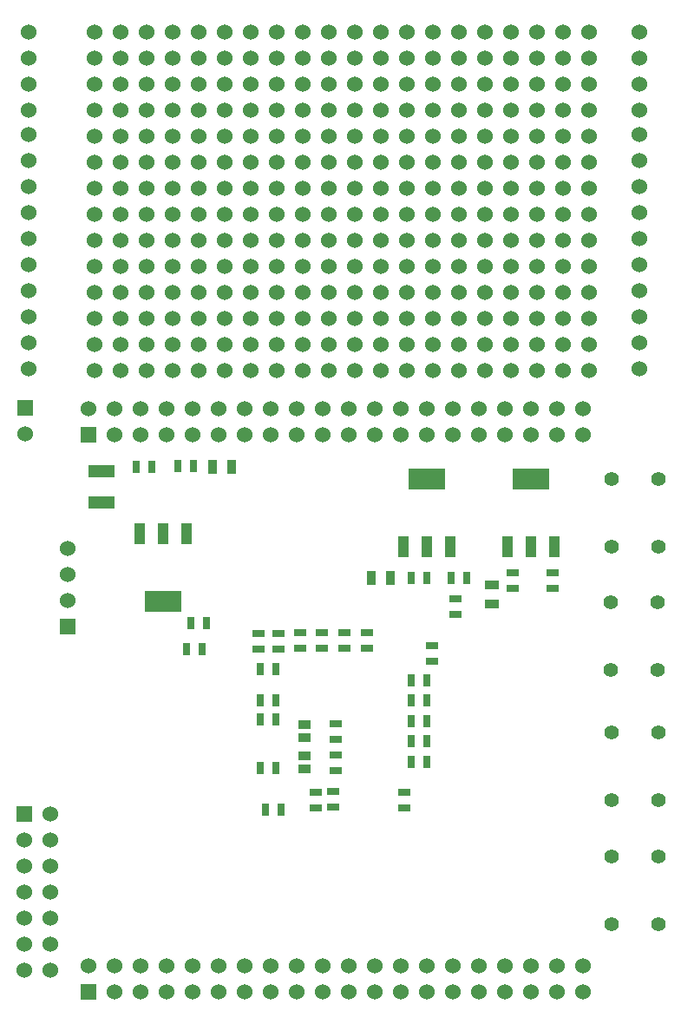
<source format=gbs>
G04 (created by PCBNEW (2013-jul-07)-stable) date Sat 01 Nov 2014 03:24:29 PM PDT*
%MOIN*%
G04 Gerber Fmt 3.4, Leading zero omitted, Abs format*
%FSLAX34Y34*%
G01*
G70*
G90*
G04 APERTURE LIST*
%ADD10C,0.00590551*%
%ADD11C,0.055*%
%ADD12R,0.045X0.025*%
%ADD13R,0.06X0.06*%
%ADD14C,0.06*%
%ADD15R,0.05X0.038*%
%ADD16R,0.025X0.045*%
%ADD17R,0.1X0.05*%
%ADD18R,0.144X0.08*%
%ADD19R,0.04X0.08*%
%ADD20R,0.035X0.055*%
%ADD21R,0.055X0.035*%
G04 APERTURE END LIST*
G54D10*
G54D11*
X91600Y-49200D03*
X93400Y-49200D03*
X91600Y-51800D03*
X93400Y-51800D03*
X91600Y-44450D03*
X93400Y-44450D03*
X91600Y-47050D03*
X93400Y-47050D03*
X91588Y-39440D03*
X93388Y-39440D03*
X91588Y-42040D03*
X93388Y-42040D03*
X91600Y-34700D03*
X93400Y-34700D03*
X91600Y-37300D03*
X93400Y-37300D03*
G54D12*
X83642Y-47343D03*
X83642Y-46743D03*
G54D13*
X69094Y-31980D03*
G54D14*
X69094Y-32980D03*
G54D15*
X79800Y-44650D03*
X79800Y-44150D03*
G54D12*
X82200Y-40600D03*
X82200Y-41200D03*
G54D16*
X75275Y-41250D03*
X75875Y-41250D03*
X78330Y-47412D03*
X78930Y-47412D03*
G54D12*
X85600Y-39300D03*
X85600Y-39900D03*
G54D16*
X84525Y-44775D03*
X83925Y-44775D03*
X78115Y-43935D03*
X78715Y-43935D03*
X78100Y-42000D03*
X78700Y-42000D03*
G54D12*
X78800Y-40650D03*
X78800Y-41250D03*
G54D16*
X84500Y-42450D03*
X83900Y-42450D03*
G54D12*
X80475Y-40600D03*
X80475Y-41200D03*
G54D16*
X84520Y-43220D03*
X83920Y-43220D03*
X78100Y-45800D03*
X78700Y-45800D03*
G54D12*
X78050Y-40650D03*
X78050Y-41250D03*
X84722Y-41714D03*
X84722Y-41114D03*
X80241Y-47333D03*
X80241Y-46733D03*
X80910Y-47320D03*
X80910Y-46720D03*
G54D16*
X78100Y-43200D03*
X78700Y-43200D03*
X83900Y-38500D03*
X84500Y-38500D03*
X84524Y-45568D03*
X83924Y-45568D03*
X73940Y-34230D03*
X73340Y-34230D03*
G54D12*
X81000Y-44100D03*
X81000Y-44700D03*
X89360Y-38290D03*
X89360Y-38890D03*
X81000Y-45300D03*
X81000Y-45900D03*
G54D16*
X75450Y-40250D03*
X76050Y-40250D03*
G54D12*
X87815Y-38298D03*
X87815Y-38898D03*
G54D16*
X75565Y-34200D03*
X74965Y-34200D03*
X85450Y-38500D03*
X86050Y-38500D03*
G54D17*
X72000Y-35600D03*
X72000Y-34400D03*
G54D18*
X88500Y-34700D03*
G54D19*
X88500Y-37300D03*
X87600Y-37300D03*
X89400Y-37300D03*
G54D18*
X84500Y-34700D03*
G54D19*
X84500Y-37300D03*
X83600Y-37300D03*
X85400Y-37300D03*
G54D20*
X76275Y-34230D03*
X77025Y-34230D03*
G54D14*
X90500Y-32000D03*
X90500Y-33000D03*
X85500Y-32000D03*
X89500Y-33000D03*
X84500Y-32000D03*
X88500Y-33000D03*
X83500Y-32000D03*
X87500Y-33000D03*
X82500Y-32000D03*
X86500Y-33000D03*
X81500Y-32000D03*
X85500Y-33000D03*
X80500Y-32000D03*
X84500Y-33000D03*
X79500Y-32000D03*
X83500Y-33000D03*
X78500Y-32000D03*
X82500Y-33000D03*
X77500Y-32000D03*
X81500Y-33000D03*
X76500Y-32000D03*
X80500Y-33000D03*
X75500Y-32000D03*
X79500Y-33000D03*
X78500Y-33000D03*
X74500Y-32000D03*
X77500Y-33000D03*
X75500Y-33000D03*
X74500Y-33000D03*
X73500Y-33000D03*
X72500Y-33000D03*
X73500Y-32000D03*
X72500Y-32000D03*
X89500Y-32000D03*
X88500Y-32000D03*
X87500Y-32000D03*
X86500Y-32000D03*
X71500Y-32000D03*
G54D13*
X71500Y-33000D03*
G54D14*
X76500Y-33000D03*
G54D12*
X79660Y-40620D03*
X79660Y-41220D03*
G54D16*
X84500Y-44000D03*
X83900Y-44000D03*
G54D12*
X81350Y-40600D03*
X81350Y-41200D03*
G54D15*
X79800Y-45850D03*
X79800Y-45350D03*
G54D14*
X90500Y-53400D03*
X90500Y-54400D03*
X85500Y-53400D03*
X89500Y-54400D03*
X84500Y-53400D03*
X88500Y-54400D03*
X83500Y-53400D03*
X87500Y-54400D03*
X82500Y-53400D03*
X86500Y-54400D03*
X81500Y-53400D03*
X85500Y-54400D03*
X80500Y-53400D03*
X84500Y-54400D03*
X79500Y-53400D03*
X83500Y-54400D03*
X78500Y-53400D03*
X82500Y-54400D03*
X77500Y-53400D03*
X81500Y-54400D03*
X76500Y-53400D03*
X80500Y-54400D03*
X75500Y-53400D03*
X79500Y-54400D03*
X78500Y-54400D03*
X74500Y-53400D03*
X77500Y-54400D03*
X75500Y-54400D03*
X74500Y-54400D03*
X73500Y-54400D03*
X72500Y-54400D03*
X73500Y-53400D03*
X72500Y-53400D03*
X89500Y-53400D03*
X88500Y-53400D03*
X87500Y-53400D03*
X86500Y-53400D03*
X71500Y-53400D03*
G54D13*
X71500Y-54400D03*
G54D14*
X76500Y-54400D03*
G54D21*
X87010Y-38765D03*
X87010Y-39515D03*
G54D20*
X83125Y-38500D03*
X82375Y-38500D03*
G54D13*
X69040Y-47560D03*
G54D14*
X70040Y-47560D03*
X69040Y-48560D03*
X70040Y-48560D03*
X69040Y-49560D03*
X70040Y-49560D03*
X69040Y-50560D03*
X70040Y-50560D03*
X69040Y-51560D03*
X70040Y-51560D03*
X69040Y-52560D03*
X70040Y-52560D03*
X69040Y-53560D03*
X70040Y-53560D03*
G54D18*
X74370Y-39410D03*
G54D19*
X74370Y-36810D03*
X75270Y-36810D03*
X73470Y-36810D03*
G54D13*
X70708Y-40358D03*
G54D14*
X70708Y-39358D03*
X70708Y-38358D03*
X70708Y-37358D03*
X92692Y-20543D03*
X92692Y-19543D03*
X92692Y-18543D03*
X92692Y-17543D03*
X92692Y-17543D03*
X92692Y-18543D03*
X92692Y-19543D03*
X92692Y-20543D03*
X92692Y-20543D03*
X92692Y-19543D03*
X92692Y-18543D03*
X92692Y-17543D03*
X92692Y-21480D03*
X92692Y-22480D03*
X92692Y-23480D03*
X92692Y-24480D03*
X92692Y-24480D03*
X92692Y-23480D03*
X92692Y-22480D03*
X92692Y-21480D03*
X92692Y-21480D03*
X92692Y-22480D03*
X92692Y-23480D03*
X92692Y-24480D03*
X92692Y-30480D03*
X92692Y-29480D03*
X92692Y-28480D03*
X92692Y-27480D03*
X92692Y-26480D03*
X92692Y-25480D03*
X92692Y-24480D03*
X92692Y-23480D03*
X92692Y-22480D03*
X92692Y-21480D03*
X69216Y-20543D03*
X69216Y-19543D03*
X69216Y-18543D03*
X69216Y-17543D03*
X69216Y-17543D03*
X69216Y-18543D03*
X69216Y-19543D03*
X69216Y-20543D03*
X69216Y-20543D03*
X69216Y-19543D03*
X69216Y-18543D03*
X69216Y-17543D03*
X69216Y-21480D03*
X69216Y-22480D03*
X69216Y-23480D03*
X69216Y-24480D03*
X69216Y-24480D03*
X69216Y-23480D03*
X69216Y-22480D03*
X69216Y-21480D03*
X69216Y-21480D03*
X69216Y-22480D03*
X69216Y-23480D03*
X69216Y-24480D03*
X69216Y-30480D03*
X69216Y-29480D03*
X69216Y-28480D03*
X69216Y-27480D03*
X69216Y-26480D03*
X69216Y-25480D03*
X69216Y-24480D03*
X69216Y-23480D03*
X69216Y-22480D03*
X69216Y-21480D03*
X87744Y-18539D03*
X86744Y-18539D03*
X90744Y-18539D03*
X89744Y-18539D03*
X88744Y-18539D03*
X85744Y-18539D03*
X84744Y-18539D03*
X83744Y-18539D03*
X82744Y-18539D03*
X81744Y-18539D03*
X80744Y-18539D03*
X79744Y-18539D03*
X78744Y-18539D03*
X77744Y-18539D03*
X76744Y-18539D03*
X75744Y-18539D03*
X74744Y-18539D03*
X73744Y-18539D03*
X72744Y-18539D03*
X71744Y-18539D03*
X90744Y-17539D03*
X89744Y-17539D03*
X88744Y-17539D03*
X87744Y-17539D03*
X86744Y-17539D03*
X85744Y-17539D03*
X84744Y-17539D03*
X83744Y-17539D03*
X82744Y-17539D03*
X81744Y-17539D03*
X80744Y-17539D03*
X79744Y-17539D03*
X78744Y-17539D03*
X77744Y-17539D03*
X76744Y-17539D03*
X75744Y-17539D03*
X74744Y-17539D03*
X73744Y-17539D03*
X72744Y-17539D03*
X71744Y-17539D03*
X71744Y-17539D03*
X72744Y-17539D03*
X73744Y-17539D03*
X74744Y-17539D03*
X75744Y-17539D03*
X76744Y-17539D03*
X77744Y-17539D03*
X78744Y-17539D03*
X79744Y-17539D03*
X80744Y-17539D03*
X81744Y-17539D03*
X82744Y-17539D03*
X83744Y-17539D03*
X84744Y-17539D03*
X85744Y-17539D03*
X86744Y-17539D03*
X87744Y-17539D03*
X88744Y-17539D03*
X89744Y-17539D03*
X90744Y-17539D03*
X71744Y-18539D03*
X72744Y-18539D03*
X73744Y-18539D03*
X74744Y-18539D03*
X75744Y-18539D03*
X76744Y-18539D03*
X77744Y-18539D03*
X78744Y-18539D03*
X79744Y-18539D03*
X80744Y-18539D03*
X81744Y-18539D03*
X82744Y-18539D03*
X83744Y-18539D03*
X84744Y-18539D03*
X85744Y-18539D03*
X88744Y-18539D03*
X89744Y-18539D03*
X90744Y-18539D03*
X86744Y-18539D03*
X87744Y-18539D03*
X87744Y-20539D03*
X86744Y-20539D03*
X90744Y-20539D03*
X89744Y-20539D03*
X88744Y-20539D03*
X85744Y-20539D03*
X84744Y-20539D03*
X83744Y-20539D03*
X82744Y-20539D03*
X81744Y-20539D03*
X80744Y-20539D03*
X79744Y-20539D03*
X78744Y-20539D03*
X77744Y-20539D03*
X76744Y-20539D03*
X75744Y-20539D03*
X74744Y-20539D03*
X73744Y-20539D03*
X72744Y-20539D03*
X71744Y-20539D03*
X90744Y-19539D03*
X89744Y-19539D03*
X88744Y-19539D03*
X87744Y-19539D03*
X86744Y-19539D03*
X85744Y-19539D03*
X84744Y-19539D03*
X83744Y-19539D03*
X82744Y-19539D03*
X81744Y-19539D03*
X80744Y-19539D03*
X79744Y-19539D03*
X78744Y-19539D03*
X77744Y-19539D03*
X76744Y-19539D03*
X75744Y-19539D03*
X74744Y-19539D03*
X73744Y-19539D03*
X72744Y-19539D03*
X71744Y-19539D03*
X71744Y-19539D03*
X72744Y-19539D03*
X73744Y-19539D03*
X74744Y-19539D03*
X75744Y-19539D03*
X76744Y-19539D03*
X77744Y-19539D03*
X78744Y-19539D03*
X79744Y-19539D03*
X80744Y-19539D03*
X81744Y-19539D03*
X82744Y-19539D03*
X83744Y-19539D03*
X84744Y-19539D03*
X85744Y-19539D03*
X86744Y-19539D03*
X87744Y-19539D03*
X88744Y-19539D03*
X89744Y-19539D03*
X90744Y-19539D03*
X71744Y-20539D03*
X72744Y-20539D03*
X73744Y-20539D03*
X74744Y-20539D03*
X75744Y-20539D03*
X76744Y-20539D03*
X77744Y-20539D03*
X78744Y-20539D03*
X79744Y-20539D03*
X80744Y-20539D03*
X81744Y-20539D03*
X82744Y-20539D03*
X83744Y-20539D03*
X84744Y-20539D03*
X85744Y-20539D03*
X88744Y-20539D03*
X89744Y-20539D03*
X90744Y-20539D03*
X86744Y-20539D03*
X87744Y-20539D03*
X87744Y-24539D03*
X86744Y-24539D03*
X90744Y-24539D03*
X89744Y-24539D03*
X88744Y-24539D03*
X85744Y-24539D03*
X84744Y-24539D03*
X83744Y-24539D03*
X82744Y-24539D03*
X81744Y-24539D03*
X80744Y-24539D03*
X79744Y-24539D03*
X78744Y-24539D03*
X77744Y-24539D03*
X76744Y-24539D03*
X75744Y-24539D03*
X74744Y-24539D03*
X73744Y-24539D03*
X72744Y-24539D03*
X71744Y-24539D03*
X90744Y-23539D03*
X89744Y-23539D03*
X88744Y-23539D03*
X87744Y-23539D03*
X86744Y-23539D03*
X85744Y-23539D03*
X84744Y-23539D03*
X83744Y-23539D03*
X82744Y-23539D03*
X81744Y-23539D03*
X80744Y-23539D03*
X79744Y-23539D03*
X78744Y-23539D03*
X77744Y-23539D03*
X76744Y-23539D03*
X75744Y-23539D03*
X74744Y-23539D03*
X73744Y-23539D03*
X72744Y-23539D03*
X71744Y-23539D03*
X71744Y-23539D03*
X72744Y-23539D03*
X73744Y-23539D03*
X74744Y-23539D03*
X75744Y-23539D03*
X76744Y-23539D03*
X77744Y-23539D03*
X78744Y-23539D03*
X79744Y-23539D03*
X80744Y-23539D03*
X81744Y-23539D03*
X82744Y-23539D03*
X83744Y-23539D03*
X84744Y-23539D03*
X85744Y-23539D03*
X86744Y-23539D03*
X87744Y-23539D03*
X88744Y-23539D03*
X89744Y-23539D03*
X90744Y-23539D03*
X71744Y-24539D03*
X72744Y-24539D03*
X73744Y-24539D03*
X74744Y-24539D03*
X75744Y-24539D03*
X76744Y-24539D03*
X77744Y-24539D03*
X78744Y-24539D03*
X79744Y-24539D03*
X80744Y-24539D03*
X81744Y-24539D03*
X82744Y-24539D03*
X83744Y-24539D03*
X84744Y-24539D03*
X85744Y-24539D03*
X88744Y-24539D03*
X89744Y-24539D03*
X90744Y-24539D03*
X86744Y-24539D03*
X87744Y-24539D03*
X87744Y-22539D03*
X86744Y-22539D03*
X90744Y-22539D03*
X89744Y-22539D03*
X88744Y-22539D03*
X85744Y-22539D03*
X84744Y-22539D03*
X83744Y-22539D03*
X82744Y-22539D03*
X81744Y-22539D03*
X80744Y-22539D03*
X79744Y-22539D03*
X78744Y-22539D03*
X77744Y-22539D03*
X76744Y-22539D03*
X75744Y-22539D03*
X74744Y-22539D03*
X73744Y-22539D03*
X72744Y-22539D03*
X71744Y-22539D03*
X90744Y-21539D03*
X89744Y-21539D03*
X88744Y-21539D03*
X87744Y-21539D03*
X86744Y-21539D03*
X85744Y-21539D03*
X84744Y-21539D03*
X83744Y-21539D03*
X82744Y-21539D03*
X81744Y-21539D03*
X80744Y-21539D03*
X79744Y-21539D03*
X78744Y-21539D03*
X77744Y-21539D03*
X76744Y-21539D03*
X75744Y-21539D03*
X74744Y-21539D03*
X73744Y-21539D03*
X72744Y-21539D03*
X71744Y-21539D03*
X71744Y-21539D03*
X72744Y-21539D03*
X73744Y-21539D03*
X74744Y-21539D03*
X75744Y-21539D03*
X76744Y-21539D03*
X77744Y-21539D03*
X78744Y-21539D03*
X79744Y-21539D03*
X80744Y-21539D03*
X81744Y-21539D03*
X82744Y-21539D03*
X83744Y-21539D03*
X84744Y-21539D03*
X85744Y-21539D03*
X86744Y-21539D03*
X87744Y-21539D03*
X88744Y-21539D03*
X89744Y-21539D03*
X90744Y-21539D03*
X71744Y-22539D03*
X72744Y-22539D03*
X73744Y-22539D03*
X74744Y-22539D03*
X75744Y-22539D03*
X76744Y-22539D03*
X77744Y-22539D03*
X78744Y-22539D03*
X79744Y-22539D03*
X80744Y-22539D03*
X81744Y-22539D03*
X82744Y-22539D03*
X83744Y-22539D03*
X84744Y-22539D03*
X85744Y-22539D03*
X88744Y-22539D03*
X89744Y-22539D03*
X90744Y-22539D03*
X86744Y-22539D03*
X87744Y-22539D03*
X87744Y-22539D03*
X86744Y-22539D03*
X90744Y-22539D03*
X89744Y-22539D03*
X88744Y-22539D03*
X85744Y-22539D03*
X84744Y-22539D03*
X83744Y-22539D03*
X82744Y-22539D03*
X81744Y-22539D03*
X80744Y-22539D03*
X79744Y-22539D03*
X78744Y-22539D03*
X77744Y-22539D03*
X76744Y-22539D03*
X75744Y-22539D03*
X74744Y-22539D03*
X73744Y-22539D03*
X72744Y-22539D03*
X71744Y-22539D03*
X90744Y-21539D03*
X89744Y-21539D03*
X88744Y-21539D03*
X87744Y-21539D03*
X86744Y-21539D03*
X85744Y-21539D03*
X84744Y-21539D03*
X83744Y-21539D03*
X82744Y-21539D03*
X81744Y-21539D03*
X80744Y-21539D03*
X79744Y-21539D03*
X78744Y-21539D03*
X77744Y-21539D03*
X76744Y-21539D03*
X75744Y-21539D03*
X74744Y-21539D03*
X73744Y-21539D03*
X72744Y-21539D03*
X71744Y-21539D03*
X71744Y-21539D03*
X72744Y-21539D03*
X73744Y-21539D03*
X74744Y-21539D03*
X75744Y-21539D03*
X76744Y-21539D03*
X77744Y-21539D03*
X78744Y-21539D03*
X79744Y-21539D03*
X80744Y-21539D03*
X81744Y-21539D03*
X82744Y-21539D03*
X83744Y-21539D03*
X84744Y-21539D03*
X85744Y-21539D03*
X86744Y-21539D03*
X87744Y-21539D03*
X88744Y-21539D03*
X89744Y-21539D03*
X90744Y-21539D03*
X71744Y-22539D03*
X72744Y-22539D03*
X73744Y-22539D03*
X74744Y-22539D03*
X75744Y-22539D03*
X76744Y-22539D03*
X77744Y-22539D03*
X78744Y-22539D03*
X79744Y-22539D03*
X80744Y-22539D03*
X81744Y-22539D03*
X82744Y-22539D03*
X83744Y-22539D03*
X84744Y-22539D03*
X85744Y-22539D03*
X88744Y-22539D03*
X89744Y-22539D03*
X90744Y-22539D03*
X86744Y-22539D03*
X87744Y-22539D03*
X87744Y-24539D03*
X86744Y-24539D03*
X90744Y-24539D03*
X89744Y-24539D03*
X88744Y-24539D03*
X85744Y-24539D03*
X84744Y-24539D03*
X83744Y-24539D03*
X82744Y-24539D03*
X81744Y-24539D03*
X80744Y-24539D03*
X79744Y-24539D03*
X78744Y-24539D03*
X77744Y-24539D03*
X76744Y-24539D03*
X75744Y-24539D03*
X74744Y-24539D03*
X73744Y-24539D03*
X72744Y-24539D03*
X71744Y-24539D03*
X90744Y-23539D03*
X89744Y-23539D03*
X88744Y-23539D03*
X87744Y-23539D03*
X86744Y-23539D03*
X85744Y-23539D03*
X84744Y-23539D03*
X83744Y-23539D03*
X82744Y-23539D03*
X81744Y-23539D03*
X80744Y-23539D03*
X79744Y-23539D03*
X78744Y-23539D03*
X77744Y-23539D03*
X76744Y-23539D03*
X75744Y-23539D03*
X74744Y-23539D03*
X73744Y-23539D03*
X72744Y-23539D03*
X71744Y-23539D03*
X71744Y-23539D03*
X72744Y-23539D03*
X73744Y-23539D03*
X74744Y-23539D03*
X75744Y-23539D03*
X76744Y-23539D03*
X77744Y-23539D03*
X78744Y-23539D03*
X79744Y-23539D03*
X80744Y-23539D03*
X81744Y-23539D03*
X82744Y-23539D03*
X83744Y-23539D03*
X84744Y-23539D03*
X85744Y-23539D03*
X86744Y-23539D03*
X87744Y-23539D03*
X88744Y-23539D03*
X89744Y-23539D03*
X90744Y-23539D03*
X71744Y-24539D03*
X72744Y-24539D03*
X73744Y-24539D03*
X74744Y-24539D03*
X75744Y-24539D03*
X76744Y-24539D03*
X77744Y-24539D03*
X78744Y-24539D03*
X79744Y-24539D03*
X80744Y-24539D03*
X81744Y-24539D03*
X82744Y-24539D03*
X83744Y-24539D03*
X84744Y-24539D03*
X85744Y-24539D03*
X88744Y-24539D03*
X89744Y-24539D03*
X90744Y-24539D03*
X86744Y-24539D03*
X87744Y-24539D03*
X87744Y-20539D03*
X86744Y-20539D03*
X90744Y-20539D03*
X89744Y-20539D03*
X88744Y-20539D03*
X85744Y-20539D03*
X84744Y-20539D03*
X83744Y-20539D03*
X82744Y-20539D03*
X81744Y-20539D03*
X80744Y-20539D03*
X79744Y-20539D03*
X78744Y-20539D03*
X77744Y-20539D03*
X76744Y-20539D03*
X75744Y-20539D03*
X74744Y-20539D03*
X73744Y-20539D03*
X72744Y-20539D03*
X71744Y-20539D03*
X90744Y-19539D03*
X89744Y-19539D03*
X88744Y-19539D03*
X87744Y-19539D03*
X86744Y-19539D03*
X85744Y-19539D03*
X84744Y-19539D03*
X83744Y-19539D03*
X82744Y-19539D03*
X81744Y-19539D03*
X80744Y-19539D03*
X79744Y-19539D03*
X78744Y-19539D03*
X77744Y-19539D03*
X76744Y-19539D03*
X75744Y-19539D03*
X74744Y-19539D03*
X73744Y-19539D03*
X72744Y-19539D03*
X71744Y-19539D03*
X71744Y-19539D03*
X72744Y-19539D03*
X73744Y-19539D03*
X74744Y-19539D03*
X75744Y-19539D03*
X76744Y-19539D03*
X77744Y-19539D03*
X78744Y-19539D03*
X79744Y-19539D03*
X80744Y-19539D03*
X81744Y-19539D03*
X82744Y-19539D03*
X83744Y-19539D03*
X84744Y-19539D03*
X85744Y-19539D03*
X86744Y-19539D03*
X87744Y-19539D03*
X88744Y-19539D03*
X89744Y-19539D03*
X90744Y-19539D03*
X71744Y-20539D03*
X72744Y-20539D03*
X73744Y-20539D03*
X74744Y-20539D03*
X75744Y-20539D03*
X76744Y-20539D03*
X77744Y-20539D03*
X78744Y-20539D03*
X79744Y-20539D03*
X80744Y-20539D03*
X81744Y-20539D03*
X82744Y-20539D03*
X83744Y-20539D03*
X84744Y-20539D03*
X85744Y-20539D03*
X88744Y-20539D03*
X89744Y-20539D03*
X90744Y-20539D03*
X86744Y-20539D03*
X87744Y-20539D03*
X87744Y-18539D03*
X86744Y-18539D03*
X90744Y-18539D03*
X89744Y-18539D03*
X88744Y-18539D03*
X85744Y-18539D03*
X84744Y-18539D03*
X83744Y-18539D03*
X82744Y-18539D03*
X81744Y-18539D03*
X80744Y-18539D03*
X79744Y-18539D03*
X78744Y-18539D03*
X77744Y-18539D03*
X76744Y-18539D03*
X75744Y-18539D03*
X74744Y-18539D03*
X73744Y-18539D03*
X72744Y-18539D03*
X71744Y-18539D03*
X90744Y-17539D03*
X89744Y-17539D03*
X88744Y-17539D03*
X87744Y-17539D03*
X86744Y-17539D03*
X85744Y-17539D03*
X84744Y-17539D03*
X83744Y-17539D03*
X82744Y-17539D03*
X81744Y-17539D03*
X80744Y-17539D03*
X79744Y-17539D03*
X78744Y-17539D03*
X77744Y-17539D03*
X76744Y-17539D03*
X75744Y-17539D03*
X74744Y-17539D03*
X73744Y-17539D03*
X72744Y-17539D03*
X71744Y-17539D03*
X71744Y-17539D03*
X72744Y-17539D03*
X73744Y-17539D03*
X74744Y-17539D03*
X75744Y-17539D03*
X76744Y-17539D03*
X77744Y-17539D03*
X78744Y-17539D03*
X79744Y-17539D03*
X80744Y-17539D03*
X81744Y-17539D03*
X82744Y-17539D03*
X83744Y-17539D03*
X84744Y-17539D03*
X85744Y-17539D03*
X86744Y-17539D03*
X87744Y-17539D03*
X88744Y-17539D03*
X89744Y-17539D03*
X90744Y-17539D03*
X71744Y-18539D03*
X72744Y-18539D03*
X73744Y-18539D03*
X74744Y-18539D03*
X75744Y-18539D03*
X76744Y-18539D03*
X77744Y-18539D03*
X78744Y-18539D03*
X79744Y-18539D03*
X80744Y-18539D03*
X81744Y-18539D03*
X82744Y-18539D03*
X83744Y-18539D03*
X84744Y-18539D03*
X85744Y-18539D03*
X88744Y-18539D03*
X89744Y-18539D03*
X90744Y-18539D03*
X86744Y-18539D03*
X87744Y-18539D03*
X87744Y-26539D03*
X86744Y-26539D03*
X90744Y-26539D03*
X89744Y-26539D03*
X88744Y-26539D03*
X85744Y-26539D03*
X84744Y-26539D03*
X83744Y-26539D03*
X82744Y-26539D03*
X81744Y-26539D03*
X80744Y-26539D03*
X79744Y-26539D03*
X78744Y-26539D03*
X77744Y-26539D03*
X76744Y-26539D03*
X75744Y-26539D03*
X74744Y-26539D03*
X73744Y-26539D03*
X72744Y-26539D03*
X71744Y-26539D03*
X90744Y-25539D03*
X89744Y-25539D03*
X88744Y-25539D03*
X87744Y-25539D03*
X86744Y-25539D03*
X85744Y-25539D03*
X84744Y-25539D03*
X83744Y-25539D03*
X82744Y-25539D03*
X81744Y-25539D03*
X80744Y-25539D03*
X79744Y-25539D03*
X78744Y-25539D03*
X77744Y-25539D03*
X76744Y-25539D03*
X75744Y-25539D03*
X74744Y-25539D03*
X73744Y-25539D03*
X72744Y-25539D03*
X71744Y-25539D03*
X71744Y-25539D03*
X72744Y-25539D03*
X73744Y-25539D03*
X74744Y-25539D03*
X75744Y-25539D03*
X76744Y-25539D03*
X77744Y-25539D03*
X78744Y-25539D03*
X79744Y-25539D03*
X80744Y-25539D03*
X81744Y-25539D03*
X82744Y-25539D03*
X83744Y-25539D03*
X84744Y-25539D03*
X85744Y-25539D03*
X86744Y-25539D03*
X87744Y-25539D03*
X88744Y-25539D03*
X89744Y-25539D03*
X90744Y-25539D03*
X71744Y-26539D03*
X72744Y-26539D03*
X73744Y-26539D03*
X74744Y-26539D03*
X75744Y-26539D03*
X76744Y-26539D03*
X77744Y-26539D03*
X78744Y-26539D03*
X79744Y-26539D03*
X80744Y-26539D03*
X81744Y-26539D03*
X82744Y-26539D03*
X83744Y-26539D03*
X84744Y-26539D03*
X85744Y-26539D03*
X88744Y-26539D03*
X89744Y-26539D03*
X90744Y-26539D03*
X86744Y-26539D03*
X87744Y-26539D03*
X87744Y-28539D03*
X86744Y-28539D03*
X90744Y-28539D03*
X89744Y-28539D03*
X88744Y-28539D03*
X85744Y-28539D03*
X84744Y-28539D03*
X83744Y-28539D03*
X82744Y-28539D03*
X81744Y-28539D03*
X80744Y-28539D03*
X79744Y-28539D03*
X78744Y-28539D03*
X77744Y-28539D03*
X76744Y-28539D03*
X75744Y-28539D03*
X74744Y-28539D03*
X73744Y-28539D03*
X72744Y-28539D03*
X71744Y-28539D03*
X90744Y-27539D03*
X89744Y-27539D03*
X88744Y-27539D03*
X87744Y-27539D03*
X86744Y-27539D03*
X85744Y-27539D03*
X84744Y-27539D03*
X83744Y-27539D03*
X82744Y-27539D03*
X81744Y-27539D03*
X80744Y-27539D03*
X79744Y-27539D03*
X78744Y-27539D03*
X77744Y-27539D03*
X76744Y-27539D03*
X75744Y-27539D03*
X74744Y-27539D03*
X73744Y-27539D03*
X72744Y-27539D03*
X71744Y-27539D03*
X71744Y-27539D03*
X72744Y-27539D03*
X73744Y-27539D03*
X74744Y-27539D03*
X75744Y-27539D03*
X76744Y-27539D03*
X77744Y-27539D03*
X78744Y-27539D03*
X79744Y-27539D03*
X80744Y-27539D03*
X81744Y-27539D03*
X82744Y-27539D03*
X83744Y-27539D03*
X84744Y-27539D03*
X85744Y-27539D03*
X86744Y-27539D03*
X87744Y-27539D03*
X88744Y-27539D03*
X89744Y-27539D03*
X90744Y-27539D03*
X71744Y-28539D03*
X72744Y-28539D03*
X73744Y-28539D03*
X74744Y-28539D03*
X75744Y-28539D03*
X76744Y-28539D03*
X77744Y-28539D03*
X78744Y-28539D03*
X79744Y-28539D03*
X80744Y-28539D03*
X81744Y-28539D03*
X82744Y-28539D03*
X83744Y-28539D03*
X84744Y-28539D03*
X85744Y-28539D03*
X88744Y-28539D03*
X89744Y-28539D03*
X90744Y-28539D03*
X86744Y-28539D03*
X87744Y-28539D03*
X87744Y-30539D03*
X86744Y-30539D03*
X90744Y-30539D03*
X89744Y-30539D03*
X88744Y-30539D03*
X85744Y-30539D03*
X84744Y-30539D03*
X83744Y-30539D03*
X82744Y-30539D03*
X81744Y-30539D03*
X80744Y-30539D03*
X79744Y-30539D03*
X78744Y-30539D03*
X77744Y-30539D03*
X76744Y-30539D03*
X75744Y-30539D03*
X74744Y-30539D03*
X73744Y-30539D03*
X72744Y-30539D03*
X71744Y-30539D03*
X90744Y-29539D03*
X89744Y-29539D03*
X88744Y-29539D03*
X87744Y-29539D03*
X86744Y-29539D03*
X85744Y-29539D03*
X84744Y-29539D03*
X83744Y-29539D03*
X82744Y-29539D03*
X81744Y-29539D03*
X80744Y-29539D03*
X79744Y-29539D03*
X78744Y-29539D03*
X77744Y-29539D03*
X76744Y-29539D03*
X75744Y-29539D03*
X74744Y-29539D03*
X73744Y-29539D03*
X72744Y-29539D03*
X71744Y-29539D03*
X71744Y-29539D03*
X72744Y-29539D03*
X73744Y-29539D03*
X74744Y-29539D03*
X75744Y-29539D03*
X76744Y-29539D03*
X77744Y-29539D03*
X78744Y-29539D03*
X79744Y-29539D03*
X80744Y-29539D03*
X81744Y-29539D03*
X82744Y-29539D03*
X83744Y-29539D03*
X84744Y-29539D03*
X85744Y-29539D03*
X86744Y-29539D03*
X87744Y-29539D03*
X88744Y-29539D03*
X89744Y-29539D03*
X90744Y-29539D03*
X71744Y-30539D03*
X72744Y-30539D03*
X73744Y-30539D03*
X74744Y-30539D03*
X75744Y-30539D03*
X76744Y-30539D03*
X77744Y-30539D03*
X78744Y-30539D03*
X79744Y-30539D03*
X80744Y-30539D03*
X81744Y-30539D03*
X82744Y-30539D03*
X83744Y-30539D03*
X84744Y-30539D03*
X85744Y-30539D03*
X88744Y-30539D03*
X89744Y-30539D03*
X90744Y-30539D03*
X86744Y-30539D03*
X87744Y-30539D03*
X87744Y-30539D03*
X86744Y-30539D03*
X90744Y-30539D03*
X89744Y-30539D03*
X88744Y-30539D03*
X85744Y-30539D03*
X84744Y-30539D03*
X83744Y-30539D03*
X82744Y-30539D03*
X81744Y-30539D03*
X80744Y-30539D03*
X79744Y-30539D03*
X78744Y-30539D03*
X77744Y-30539D03*
X76744Y-30539D03*
X75744Y-30539D03*
X74744Y-30539D03*
X73744Y-30539D03*
X72744Y-30539D03*
X71744Y-30539D03*
X90744Y-29539D03*
X89744Y-29539D03*
X88744Y-29539D03*
X87744Y-29539D03*
X86744Y-29539D03*
X85744Y-29539D03*
X84744Y-29539D03*
X83744Y-29539D03*
X82744Y-29539D03*
X81744Y-29539D03*
X80744Y-29539D03*
X79744Y-29539D03*
X78744Y-29539D03*
X77744Y-29539D03*
X76744Y-29539D03*
X75744Y-29539D03*
X74744Y-29539D03*
X73744Y-29539D03*
X72744Y-29539D03*
X71744Y-29539D03*
X71744Y-29539D03*
X72744Y-29539D03*
X73744Y-29539D03*
X74744Y-29539D03*
X75744Y-29539D03*
X76744Y-29539D03*
X77744Y-29539D03*
X78744Y-29539D03*
X79744Y-29539D03*
X80744Y-29539D03*
X81744Y-29539D03*
X82744Y-29539D03*
X83744Y-29539D03*
X84744Y-29539D03*
X85744Y-29539D03*
X86744Y-29539D03*
X87744Y-29539D03*
X88744Y-29539D03*
X89744Y-29539D03*
X90744Y-29539D03*
X71744Y-30539D03*
X72744Y-30539D03*
X73744Y-30539D03*
X74744Y-30539D03*
X75744Y-30539D03*
X76744Y-30539D03*
X77744Y-30539D03*
X78744Y-30539D03*
X79744Y-30539D03*
X80744Y-30539D03*
X81744Y-30539D03*
X82744Y-30539D03*
X83744Y-30539D03*
X84744Y-30539D03*
X85744Y-30539D03*
X88744Y-30539D03*
X89744Y-30539D03*
X90744Y-30539D03*
X86744Y-30539D03*
X87744Y-30539D03*
X87744Y-28539D03*
X86744Y-28539D03*
X90744Y-28539D03*
X89744Y-28539D03*
X88744Y-28539D03*
X85744Y-28539D03*
X84744Y-28539D03*
X83744Y-28539D03*
X82744Y-28539D03*
X81744Y-28539D03*
X80744Y-28539D03*
X79744Y-28539D03*
X78744Y-28539D03*
X77744Y-28539D03*
X76744Y-28539D03*
X75744Y-28539D03*
X74744Y-28539D03*
X73744Y-28539D03*
X72744Y-28539D03*
X71744Y-28539D03*
X90744Y-27539D03*
X89744Y-27539D03*
X88744Y-27539D03*
X87744Y-27539D03*
X86744Y-27539D03*
X85744Y-27539D03*
X84744Y-27539D03*
X83744Y-27539D03*
X82744Y-27539D03*
X81744Y-27539D03*
X80744Y-27539D03*
X79744Y-27539D03*
X78744Y-27539D03*
X77744Y-27539D03*
X76744Y-27539D03*
X75744Y-27539D03*
X74744Y-27539D03*
X73744Y-27539D03*
X72744Y-27539D03*
X71744Y-27539D03*
X71744Y-27539D03*
X72744Y-27539D03*
X73744Y-27539D03*
X74744Y-27539D03*
X75744Y-27539D03*
X76744Y-27539D03*
X77744Y-27539D03*
X78744Y-27539D03*
X79744Y-27539D03*
X80744Y-27539D03*
X81744Y-27539D03*
X82744Y-27539D03*
X83744Y-27539D03*
X84744Y-27539D03*
X85744Y-27539D03*
X86744Y-27539D03*
X87744Y-27539D03*
X88744Y-27539D03*
X89744Y-27539D03*
X90744Y-27539D03*
X71744Y-28539D03*
X72744Y-28539D03*
X73744Y-28539D03*
X74744Y-28539D03*
X75744Y-28539D03*
X76744Y-28539D03*
X77744Y-28539D03*
X78744Y-28539D03*
X79744Y-28539D03*
X80744Y-28539D03*
X81744Y-28539D03*
X82744Y-28539D03*
X83744Y-28539D03*
X84744Y-28539D03*
X85744Y-28539D03*
X88744Y-28539D03*
X89744Y-28539D03*
X90744Y-28539D03*
X86744Y-28539D03*
X87744Y-28539D03*
X87744Y-26539D03*
X86744Y-26539D03*
X90744Y-26539D03*
X89744Y-26539D03*
X88744Y-26539D03*
X85744Y-26539D03*
X84744Y-26539D03*
X83744Y-26539D03*
X82744Y-26539D03*
X81744Y-26539D03*
X80744Y-26539D03*
X79744Y-26539D03*
X78744Y-26539D03*
X77744Y-26539D03*
X76744Y-26539D03*
X75744Y-26539D03*
X74744Y-26539D03*
X73744Y-26539D03*
X72744Y-26539D03*
X71744Y-26539D03*
X90744Y-25539D03*
X89744Y-25539D03*
X88744Y-25539D03*
X87744Y-25539D03*
X86744Y-25539D03*
X85744Y-25539D03*
X84744Y-25539D03*
X83744Y-25539D03*
X82744Y-25539D03*
X81744Y-25539D03*
X80744Y-25539D03*
X79744Y-25539D03*
X78744Y-25539D03*
X77744Y-25539D03*
X76744Y-25539D03*
X75744Y-25539D03*
X74744Y-25539D03*
X73744Y-25539D03*
X72744Y-25539D03*
X71744Y-25539D03*
X71744Y-25539D03*
X72744Y-25539D03*
X73744Y-25539D03*
X74744Y-25539D03*
X75744Y-25539D03*
X76744Y-25539D03*
X77744Y-25539D03*
X78744Y-25539D03*
X79744Y-25539D03*
X80744Y-25539D03*
X81744Y-25539D03*
X82744Y-25539D03*
X83744Y-25539D03*
X84744Y-25539D03*
X85744Y-25539D03*
X86744Y-25539D03*
X87744Y-25539D03*
X88744Y-25539D03*
X89744Y-25539D03*
X90744Y-25539D03*
X71744Y-26539D03*
X72744Y-26539D03*
X73744Y-26539D03*
X74744Y-26539D03*
X75744Y-26539D03*
X76744Y-26539D03*
X77744Y-26539D03*
X78744Y-26539D03*
X79744Y-26539D03*
X80744Y-26539D03*
X81744Y-26539D03*
X82744Y-26539D03*
X83744Y-26539D03*
X84744Y-26539D03*
X85744Y-26539D03*
X88744Y-26539D03*
X89744Y-26539D03*
X90744Y-26539D03*
X86744Y-26539D03*
X87744Y-26539D03*
X87744Y-26539D03*
X86744Y-26539D03*
X90744Y-26539D03*
X89744Y-26539D03*
X88744Y-26539D03*
X85744Y-26539D03*
X84744Y-26539D03*
X83744Y-26539D03*
X82744Y-26539D03*
X81744Y-26539D03*
X80744Y-26539D03*
X79744Y-26539D03*
X78744Y-26539D03*
X77744Y-26539D03*
X76744Y-26539D03*
X75744Y-26539D03*
X74744Y-26539D03*
X73744Y-26539D03*
X72744Y-26539D03*
X71744Y-26539D03*
X90744Y-25539D03*
X89744Y-25539D03*
X88744Y-25539D03*
X87744Y-25539D03*
X86744Y-25539D03*
X85744Y-25539D03*
X84744Y-25539D03*
X83744Y-25539D03*
X82744Y-25539D03*
X81744Y-25539D03*
X80744Y-25539D03*
X79744Y-25539D03*
X78744Y-25539D03*
X77744Y-25539D03*
X76744Y-25539D03*
X75744Y-25539D03*
X74744Y-25539D03*
X73744Y-25539D03*
X72744Y-25539D03*
X71744Y-25539D03*
X71744Y-25539D03*
X72744Y-25539D03*
X73744Y-25539D03*
X74744Y-25539D03*
X75744Y-25539D03*
X76744Y-25539D03*
X77744Y-25539D03*
X78744Y-25539D03*
X79744Y-25539D03*
X80744Y-25539D03*
X81744Y-25539D03*
X82744Y-25539D03*
X83744Y-25539D03*
X84744Y-25539D03*
X85744Y-25539D03*
X86744Y-25539D03*
X87744Y-25539D03*
X88744Y-25539D03*
X89744Y-25539D03*
X90744Y-25539D03*
X71744Y-26539D03*
X72744Y-26539D03*
X73744Y-26539D03*
X74744Y-26539D03*
X75744Y-26539D03*
X76744Y-26539D03*
X77744Y-26539D03*
X78744Y-26539D03*
X79744Y-26539D03*
X80744Y-26539D03*
X81744Y-26539D03*
X82744Y-26539D03*
X83744Y-26539D03*
X84744Y-26539D03*
X85744Y-26539D03*
X88744Y-26539D03*
X89744Y-26539D03*
X90744Y-26539D03*
X86744Y-26539D03*
X87744Y-26539D03*
X87744Y-28539D03*
X86744Y-28539D03*
X90744Y-28539D03*
X89744Y-28539D03*
X88744Y-28539D03*
X85744Y-28539D03*
X84744Y-28539D03*
X83744Y-28539D03*
X82744Y-28539D03*
X81744Y-28539D03*
X80744Y-28539D03*
X79744Y-28539D03*
X78744Y-28539D03*
X77744Y-28539D03*
X76744Y-28539D03*
X75744Y-28539D03*
X74744Y-28539D03*
X73744Y-28539D03*
X72744Y-28539D03*
X71744Y-28539D03*
X90744Y-27539D03*
X89744Y-27539D03*
X88744Y-27539D03*
X87744Y-27539D03*
X86744Y-27539D03*
X85744Y-27539D03*
X84744Y-27539D03*
X83744Y-27539D03*
X82744Y-27539D03*
X81744Y-27539D03*
X80744Y-27539D03*
X79744Y-27539D03*
X78744Y-27539D03*
X77744Y-27539D03*
X76744Y-27539D03*
X75744Y-27539D03*
X74744Y-27539D03*
X73744Y-27539D03*
X72744Y-27539D03*
X71744Y-27539D03*
X71744Y-27539D03*
X72744Y-27539D03*
X73744Y-27539D03*
X74744Y-27539D03*
X75744Y-27539D03*
X76744Y-27539D03*
X77744Y-27539D03*
X78744Y-27539D03*
X79744Y-27539D03*
X80744Y-27539D03*
X81744Y-27539D03*
X82744Y-27539D03*
X83744Y-27539D03*
X84744Y-27539D03*
X85744Y-27539D03*
X86744Y-27539D03*
X87744Y-27539D03*
X88744Y-27539D03*
X89744Y-27539D03*
X90744Y-27539D03*
X71744Y-28539D03*
X72744Y-28539D03*
X73744Y-28539D03*
X74744Y-28539D03*
X75744Y-28539D03*
X76744Y-28539D03*
X77744Y-28539D03*
X78744Y-28539D03*
X79744Y-28539D03*
X80744Y-28539D03*
X81744Y-28539D03*
X82744Y-28539D03*
X83744Y-28539D03*
X84744Y-28539D03*
X85744Y-28539D03*
X88744Y-28539D03*
X89744Y-28539D03*
X90744Y-28539D03*
X86744Y-28539D03*
X87744Y-28539D03*
X87744Y-30539D03*
X86744Y-30539D03*
X90744Y-30539D03*
X89744Y-30539D03*
X88744Y-30539D03*
X85744Y-30539D03*
X84744Y-30539D03*
X83744Y-30539D03*
X82744Y-30539D03*
X81744Y-30539D03*
X80744Y-30539D03*
X79744Y-30539D03*
X78744Y-30539D03*
X77744Y-30539D03*
X76744Y-30539D03*
X75744Y-30539D03*
X74744Y-30539D03*
X73744Y-30539D03*
X72744Y-30539D03*
X71744Y-30539D03*
X90744Y-29539D03*
X89744Y-29539D03*
X88744Y-29539D03*
X87744Y-29539D03*
X86744Y-29539D03*
X85744Y-29539D03*
X84744Y-29539D03*
X83744Y-29539D03*
X82744Y-29539D03*
X81744Y-29539D03*
X80744Y-29539D03*
X79744Y-29539D03*
X78744Y-29539D03*
X77744Y-29539D03*
X76744Y-29539D03*
X75744Y-29539D03*
X74744Y-29539D03*
X73744Y-29539D03*
X72744Y-29539D03*
X71744Y-29539D03*
X71744Y-29539D03*
X72744Y-29539D03*
X73744Y-29539D03*
X74744Y-29539D03*
X75744Y-29539D03*
X76744Y-29539D03*
X77744Y-29539D03*
X78744Y-29539D03*
X79744Y-29539D03*
X80744Y-29539D03*
X81744Y-29539D03*
X82744Y-29539D03*
X83744Y-29539D03*
X84744Y-29539D03*
X85744Y-29539D03*
X86744Y-29539D03*
X87744Y-29539D03*
X88744Y-29539D03*
X89744Y-29539D03*
X90744Y-29539D03*
X71744Y-30539D03*
X72744Y-30539D03*
X73744Y-30539D03*
X74744Y-30539D03*
X75744Y-30539D03*
X76744Y-30539D03*
X77744Y-30539D03*
X78744Y-30539D03*
X79744Y-30539D03*
X80744Y-30539D03*
X81744Y-30539D03*
X82744Y-30539D03*
X83744Y-30539D03*
X84744Y-30539D03*
X85744Y-30539D03*
X88744Y-30539D03*
X89744Y-30539D03*
X90744Y-30539D03*
X86744Y-30539D03*
X87744Y-30539D03*
X87744Y-30539D03*
X86744Y-30539D03*
X90744Y-30539D03*
X89744Y-30539D03*
X88744Y-30539D03*
X85744Y-30539D03*
X84744Y-30539D03*
X83744Y-30539D03*
X82744Y-30539D03*
X81744Y-30539D03*
X80744Y-30539D03*
X79744Y-30539D03*
X78744Y-30539D03*
X77744Y-30539D03*
X76744Y-30539D03*
X75744Y-30539D03*
X74744Y-30539D03*
X73744Y-30539D03*
X72744Y-30539D03*
X71744Y-30539D03*
X90744Y-29539D03*
X89744Y-29539D03*
X88744Y-29539D03*
X87744Y-29539D03*
X86744Y-29539D03*
X85744Y-29539D03*
X84744Y-29539D03*
X83744Y-29539D03*
X82744Y-29539D03*
X81744Y-29539D03*
X80744Y-29539D03*
X79744Y-29539D03*
X78744Y-29539D03*
X77744Y-29539D03*
X76744Y-29539D03*
X75744Y-29539D03*
X74744Y-29539D03*
X73744Y-29539D03*
X72744Y-29539D03*
X71744Y-29539D03*
X71744Y-29539D03*
X72744Y-29539D03*
X73744Y-29539D03*
X74744Y-29539D03*
X75744Y-29539D03*
X76744Y-29539D03*
X77744Y-29539D03*
X78744Y-29539D03*
X79744Y-29539D03*
X80744Y-29539D03*
X81744Y-29539D03*
X82744Y-29539D03*
X83744Y-29539D03*
X84744Y-29539D03*
X85744Y-29539D03*
X86744Y-29539D03*
X87744Y-29539D03*
X88744Y-29539D03*
X89744Y-29539D03*
X90744Y-29539D03*
X71744Y-30539D03*
X72744Y-30539D03*
X73744Y-30539D03*
X74744Y-30539D03*
X75744Y-30539D03*
X76744Y-30539D03*
X77744Y-30539D03*
X78744Y-30539D03*
X79744Y-30539D03*
X80744Y-30539D03*
X81744Y-30539D03*
X82744Y-30539D03*
X83744Y-30539D03*
X84744Y-30539D03*
X85744Y-30539D03*
X88744Y-30539D03*
X89744Y-30539D03*
X90744Y-30539D03*
X86744Y-30539D03*
X87744Y-30539D03*
X87744Y-28539D03*
X86744Y-28539D03*
X90744Y-28539D03*
X89744Y-28539D03*
X88744Y-28539D03*
X85744Y-28539D03*
X84744Y-28539D03*
X83744Y-28539D03*
X82744Y-28539D03*
X81744Y-28539D03*
X80744Y-28539D03*
X79744Y-28539D03*
X78744Y-28539D03*
X77744Y-28539D03*
X76744Y-28539D03*
X75744Y-28539D03*
X74744Y-28539D03*
X73744Y-28539D03*
X72744Y-28539D03*
X71744Y-28539D03*
X90744Y-27539D03*
X89744Y-27539D03*
X88744Y-27539D03*
X87744Y-27539D03*
X86744Y-27539D03*
X85744Y-27539D03*
X84744Y-27539D03*
X83744Y-27539D03*
X82744Y-27539D03*
X81744Y-27539D03*
X80744Y-27539D03*
X79744Y-27539D03*
X78744Y-27539D03*
X77744Y-27539D03*
X76744Y-27539D03*
X75744Y-27539D03*
X74744Y-27539D03*
X73744Y-27539D03*
X72744Y-27539D03*
X71744Y-27539D03*
X71744Y-27539D03*
X72744Y-27539D03*
X73744Y-27539D03*
X74744Y-27539D03*
X75744Y-27539D03*
X76744Y-27539D03*
X77744Y-27539D03*
X78744Y-27539D03*
X79744Y-27539D03*
X80744Y-27539D03*
X81744Y-27539D03*
X82744Y-27539D03*
X83744Y-27539D03*
X84744Y-27539D03*
X85744Y-27539D03*
X86744Y-27539D03*
X87744Y-27539D03*
X88744Y-27539D03*
X89744Y-27539D03*
X90744Y-27539D03*
X71744Y-28539D03*
X72744Y-28539D03*
X73744Y-28539D03*
X74744Y-28539D03*
X75744Y-28539D03*
X76744Y-28539D03*
X77744Y-28539D03*
X78744Y-28539D03*
X79744Y-28539D03*
X80744Y-28539D03*
X81744Y-28539D03*
X82744Y-28539D03*
X83744Y-28539D03*
X84744Y-28539D03*
X85744Y-28539D03*
X88744Y-28539D03*
X89744Y-28539D03*
X90744Y-28539D03*
X86744Y-28539D03*
X87744Y-28539D03*
X87744Y-26539D03*
X86744Y-26539D03*
X90744Y-26539D03*
X89744Y-26539D03*
X88744Y-26539D03*
X85744Y-26539D03*
X84744Y-26539D03*
X83744Y-26539D03*
X82744Y-26539D03*
X81744Y-26539D03*
X80744Y-26539D03*
X79744Y-26539D03*
X78744Y-26539D03*
X77744Y-26539D03*
X76744Y-26539D03*
X75744Y-26539D03*
X74744Y-26539D03*
X73744Y-26539D03*
X72744Y-26539D03*
X71744Y-26539D03*
X90744Y-25539D03*
X89744Y-25539D03*
X88744Y-25539D03*
X87744Y-25539D03*
X86744Y-25539D03*
X85744Y-25539D03*
X84744Y-25539D03*
X83744Y-25539D03*
X82744Y-25539D03*
X81744Y-25539D03*
X80744Y-25539D03*
X79744Y-25539D03*
X78744Y-25539D03*
X77744Y-25539D03*
X76744Y-25539D03*
X75744Y-25539D03*
X74744Y-25539D03*
X73744Y-25539D03*
X72744Y-25539D03*
X71744Y-25539D03*
X71744Y-25539D03*
X72744Y-25539D03*
X73744Y-25539D03*
X74744Y-25539D03*
X75744Y-25539D03*
X76744Y-25539D03*
X77744Y-25539D03*
X78744Y-25539D03*
X79744Y-25539D03*
X80744Y-25539D03*
X81744Y-25539D03*
X82744Y-25539D03*
X83744Y-25539D03*
X84744Y-25539D03*
X85744Y-25539D03*
X86744Y-25539D03*
X87744Y-25539D03*
X88744Y-25539D03*
X89744Y-25539D03*
X90744Y-25539D03*
X71744Y-26539D03*
X72744Y-26539D03*
X73744Y-26539D03*
X74744Y-26539D03*
X75744Y-26539D03*
X76744Y-26539D03*
X77744Y-26539D03*
X78744Y-26539D03*
X79744Y-26539D03*
X80744Y-26539D03*
X81744Y-26539D03*
X82744Y-26539D03*
X83744Y-26539D03*
X84744Y-26539D03*
X85744Y-26539D03*
X88744Y-26539D03*
X89744Y-26539D03*
X90744Y-26539D03*
X86744Y-26539D03*
X87744Y-26539D03*
X87744Y-18539D03*
X86744Y-18539D03*
X90744Y-18539D03*
X89744Y-18539D03*
X88744Y-18539D03*
X85744Y-18539D03*
X84744Y-18539D03*
X83744Y-18539D03*
X82744Y-18539D03*
X81744Y-18539D03*
X80744Y-18539D03*
X79744Y-18539D03*
X78744Y-18539D03*
X77744Y-18539D03*
X76744Y-18539D03*
X75744Y-18539D03*
X74744Y-18539D03*
X73744Y-18539D03*
X72744Y-18539D03*
X71744Y-18539D03*
X90744Y-17539D03*
X89744Y-17539D03*
X88744Y-17539D03*
X87744Y-17539D03*
X86744Y-17539D03*
X85744Y-17539D03*
X84744Y-17539D03*
X83744Y-17539D03*
X82744Y-17539D03*
X81744Y-17539D03*
X80744Y-17539D03*
X79744Y-17539D03*
X78744Y-17539D03*
X77744Y-17539D03*
X76744Y-17539D03*
X75744Y-17539D03*
X74744Y-17539D03*
X73744Y-17539D03*
X72744Y-17539D03*
X71744Y-17539D03*
X71744Y-17539D03*
X72744Y-17539D03*
X73744Y-17539D03*
X74744Y-17539D03*
X75744Y-17539D03*
X76744Y-17539D03*
X77744Y-17539D03*
X78744Y-17539D03*
X79744Y-17539D03*
X80744Y-17539D03*
X81744Y-17539D03*
X82744Y-17539D03*
X83744Y-17539D03*
X84744Y-17539D03*
X85744Y-17539D03*
X86744Y-17539D03*
X87744Y-17539D03*
X88744Y-17539D03*
X89744Y-17539D03*
X90744Y-17539D03*
X71744Y-18539D03*
X72744Y-18539D03*
X73744Y-18539D03*
X74744Y-18539D03*
X75744Y-18539D03*
X76744Y-18539D03*
X77744Y-18539D03*
X78744Y-18539D03*
X79744Y-18539D03*
X80744Y-18539D03*
X81744Y-18539D03*
X82744Y-18539D03*
X83744Y-18539D03*
X84744Y-18539D03*
X85744Y-18539D03*
X88744Y-18539D03*
X89744Y-18539D03*
X90744Y-18539D03*
X86744Y-18539D03*
X87744Y-18539D03*
X87744Y-20539D03*
X86744Y-20539D03*
X90744Y-20539D03*
X89744Y-20539D03*
X88744Y-20539D03*
X85744Y-20539D03*
X84744Y-20539D03*
X83744Y-20539D03*
X82744Y-20539D03*
X81744Y-20539D03*
X80744Y-20539D03*
X79744Y-20539D03*
X78744Y-20539D03*
X77744Y-20539D03*
X76744Y-20539D03*
X75744Y-20539D03*
X74744Y-20539D03*
X73744Y-20539D03*
X72744Y-20539D03*
X71744Y-20539D03*
X90744Y-19539D03*
X89744Y-19539D03*
X88744Y-19539D03*
X87744Y-19539D03*
X86744Y-19539D03*
X85744Y-19539D03*
X84744Y-19539D03*
X83744Y-19539D03*
X82744Y-19539D03*
X81744Y-19539D03*
X80744Y-19539D03*
X79744Y-19539D03*
X78744Y-19539D03*
X77744Y-19539D03*
X76744Y-19539D03*
X75744Y-19539D03*
X74744Y-19539D03*
X73744Y-19539D03*
X72744Y-19539D03*
X71744Y-19539D03*
X71744Y-19539D03*
X72744Y-19539D03*
X73744Y-19539D03*
X74744Y-19539D03*
X75744Y-19539D03*
X76744Y-19539D03*
X77744Y-19539D03*
X78744Y-19539D03*
X79744Y-19539D03*
X80744Y-19539D03*
X81744Y-19539D03*
X82744Y-19539D03*
X83744Y-19539D03*
X84744Y-19539D03*
X85744Y-19539D03*
X86744Y-19539D03*
X87744Y-19539D03*
X88744Y-19539D03*
X89744Y-19539D03*
X90744Y-19539D03*
X71744Y-20539D03*
X72744Y-20539D03*
X73744Y-20539D03*
X74744Y-20539D03*
X75744Y-20539D03*
X76744Y-20539D03*
X77744Y-20539D03*
X78744Y-20539D03*
X79744Y-20539D03*
X80744Y-20539D03*
X81744Y-20539D03*
X82744Y-20539D03*
X83744Y-20539D03*
X84744Y-20539D03*
X85744Y-20539D03*
X88744Y-20539D03*
X89744Y-20539D03*
X90744Y-20539D03*
X86744Y-20539D03*
X87744Y-20539D03*
X87744Y-24539D03*
X86744Y-24539D03*
X90744Y-24539D03*
X89744Y-24539D03*
X88744Y-24539D03*
X85744Y-24539D03*
X84744Y-24539D03*
X83744Y-24539D03*
X82744Y-24539D03*
X81744Y-24539D03*
X80744Y-24539D03*
X79744Y-24539D03*
X78744Y-24539D03*
X77744Y-24539D03*
X76744Y-24539D03*
X75744Y-24539D03*
X74744Y-24539D03*
X73744Y-24539D03*
X72744Y-24539D03*
X71744Y-24539D03*
X90744Y-23539D03*
X89744Y-23539D03*
X88744Y-23539D03*
X87744Y-23539D03*
X86744Y-23539D03*
X85744Y-23539D03*
X84744Y-23539D03*
X83744Y-23539D03*
X82744Y-23539D03*
X81744Y-23539D03*
X80744Y-23539D03*
X79744Y-23539D03*
X78744Y-23539D03*
X77744Y-23539D03*
X76744Y-23539D03*
X75744Y-23539D03*
X74744Y-23539D03*
X73744Y-23539D03*
X72744Y-23539D03*
X71744Y-23539D03*
X71744Y-23539D03*
X72744Y-23539D03*
X73744Y-23539D03*
X74744Y-23539D03*
X75744Y-23539D03*
X76744Y-23539D03*
X77744Y-23539D03*
X78744Y-23539D03*
X79744Y-23539D03*
X80744Y-23539D03*
X81744Y-23539D03*
X82744Y-23539D03*
X83744Y-23539D03*
X84744Y-23539D03*
X85744Y-23539D03*
X86744Y-23539D03*
X87744Y-23539D03*
X88744Y-23539D03*
X89744Y-23539D03*
X90744Y-23539D03*
X71744Y-24539D03*
X72744Y-24539D03*
X73744Y-24539D03*
X74744Y-24539D03*
X75744Y-24539D03*
X76744Y-24539D03*
X77744Y-24539D03*
X78744Y-24539D03*
X79744Y-24539D03*
X80744Y-24539D03*
X81744Y-24539D03*
X82744Y-24539D03*
X83744Y-24539D03*
X84744Y-24539D03*
X85744Y-24539D03*
X88744Y-24539D03*
X89744Y-24539D03*
X90744Y-24539D03*
X86744Y-24539D03*
X87744Y-24539D03*
X87744Y-22539D03*
X86744Y-22539D03*
X90744Y-22539D03*
X89744Y-22539D03*
X88744Y-22539D03*
X85744Y-22539D03*
X84744Y-22539D03*
X83744Y-22539D03*
X82744Y-22539D03*
X81744Y-22539D03*
X80744Y-22539D03*
X79744Y-22539D03*
X78744Y-22539D03*
X77744Y-22539D03*
X76744Y-22539D03*
X75744Y-22539D03*
X74744Y-22539D03*
X73744Y-22539D03*
X72744Y-22539D03*
X71744Y-22539D03*
X90744Y-21539D03*
X89744Y-21539D03*
X88744Y-21539D03*
X87744Y-21539D03*
X86744Y-21539D03*
X85744Y-21539D03*
X84744Y-21539D03*
X83744Y-21539D03*
X82744Y-21539D03*
X81744Y-21539D03*
X80744Y-21539D03*
X79744Y-21539D03*
X78744Y-21539D03*
X77744Y-21539D03*
X76744Y-21539D03*
X75744Y-21539D03*
X74744Y-21539D03*
X73744Y-21539D03*
X72744Y-21539D03*
X71744Y-21539D03*
X71744Y-21539D03*
X72744Y-21539D03*
X73744Y-21539D03*
X74744Y-21539D03*
X75744Y-21539D03*
X76744Y-21539D03*
X77744Y-21539D03*
X78744Y-21539D03*
X79744Y-21539D03*
X80744Y-21539D03*
X81744Y-21539D03*
X82744Y-21539D03*
X83744Y-21539D03*
X84744Y-21539D03*
X85744Y-21539D03*
X86744Y-21539D03*
X87744Y-21539D03*
X88744Y-21539D03*
X89744Y-21539D03*
X90744Y-21539D03*
X71744Y-22539D03*
X72744Y-22539D03*
X73744Y-22539D03*
X74744Y-22539D03*
X75744Y-22539D03*
X76744Y-22539D03*
X77744Y-22539D03*
X78744Y-22539D03*
X79744Y-22539D03*
X80744Y-22539D03*
X81744Y-22539D03*
X82744Y-22539D03*
X83744Y-22539D03*
X84744Y-22539D03*
X85744Y-22539D03*
X88744Y-22539D03*
X89744Y-22539D03*
X90744Y-22539D03*
X86744Y-22539D03*
X87744Y-22539D03*
X87744Y-22539D03*
X86744Y-22539D03*
X90744Y-22539D03*
X89744Y-22539D03*
X88744Y-22539D03*
X85744Y-22539D03*
X84744Y-22539D03*
X83744Y-22539D03*
X82744Y-22539D03*
X81744Y-22539D03*
X80744Y-22539D03*
X79744Y-22539D03*
X78744Y-22539D03*
X77744Y-22539D03*
X76744Y-22539D03*
X75744Y-22539D03*
X74744Y-22539D03*
X73744Y-22539D03*
X72744Y-22539D03*
X71744Y-22539D03*
X90744Y-21539D03*
X89744Y-21539D03*
X88744Y-21539D03*
X87744Y-21539D03*
X86744Y-21539D03*
X85744Y-21539D03*
X84744Y-21539D03*
X83744Y-21539D03*
X82744Y-21539D03*
X81744Y-21539D03*
X80744Y-21539D03*
X79744Y-21539D03*
X78744Y-21539D03*
X77744Y-21539D03*
X76744Y-21539D03*
X75744Y-21539D03*
X74744Y-21539D03*
X73744Y-21539D03*
X72744Y-21539D03*
X71744Y-21539D03*
X71744Y-21539D03*
X72744Y-21539D03*
X73744Y-21539D03*
X74744Y-21539D03*
X75744Y-21539D03*
X76744Y-21539D03*
X77744Y-21539D03*
X78744Y-21539D03*
X79744Y-21539D03*
X80744Y-21539D03*
X81744Y-21539D03*
X82744Y-21539D03*
X83744Y-21539D03*
X84744Y-21539D03*
X85744Y-21539D03*
X86744Y-21539D03*
X87744Y-21539D03*
X88744Y-21539D03*
X89744Y-21539D03*
X90744Y-21539D03*
X71744Y-22539D03*
X72744Y-22539D03*
X73744Y-22539D03*
X74744Y-22539D03*
X75744Y-22539D03*
X76744Y-22539D03*
X77744Y-22539D03*
X78744Y-22539D03*
X79744Y-22539D03*
X80744Y-22539D03*
X81744Y-22539D03*
X82744Y-22539D03*
X83744Y-22539D03*
X84744Y-22539D03*
X85744Y-22539D03*
X88744Y-22539D03*
X89744Y-22539D03*
X90744Y-22539D03*
X86744Y-22539D03*
X87744Y-22539D03*
X87744Y-24539D03*
X86744Y-24539D03*
X90744Y-24539D03*
X89744Y-24539D03*
X88744Y-24539D03*
X85744Y-24539D03*
X84744Y-24539D03*
X83744Y-24539D03*
X82744Y-24539D03*
X81744Y-24539D03*
X80744Y-24539D03*
X79744Y-24539D03*
X78744Y-24539D03*
X77744Y-24539D03*
X76744Y-24539D03*
X75744Y-24539D03*
X74744Y-24539D03*
X73744Y-24539D03*
X72744Y-24539D03*
X71744Y-24539D03*
X90744Y-23539D03*
X89744Y-23539D03*
X88744Y-23539D03*
X87744Y-23539D03*
X86744Y-23539D03*
X85744Y-23539D03*
X84744Y-23539D03*
X83744Y-23539D03*
X82744Y-23539D03*
X81744Y-23539D03*
X80744Y-23539D03*
X79744Y-23539D03*
X78744Y-23539D03*
X77744Y-23539D03*
X76744Y-23539D03*
X75744Y-23539D03*
X74744Y-23539D03*
X73744Y-23539D03*
X72744Y-23539D03*
X71744Y-23539D03*
X71744Y-23539D03*
X72744Y-23539D03*
X73744Y-23539D03*
X74744Y-23539D03*
X75744Y-23539D03*
X76744Y-23539D03*
X77744Y-23539D03*
X78744Y-23539D03*
X79744Y-23539D03*
X80744Y-23539D03*
X81744Y-23539D03*
X82744Y-23539D03*
X83744Y-23539D03*
X84744Y-23539D03*
X85744Y-23539D03*
X86744Y-23539D03*
X87744Y-23539D03*
X88744Y-23539D03*
X89744Y-23539D03*
X90744Y-23539D03*
X71744Y-24539D03*
X72744Y-24539D03*
X73744Y-24539D03*
X74744Y-24539D03*
X75744Y-24539D03*
X76744Y-24539D03*
X77744Y-24539D03*
X78744Y-24539D03*
X79744Y-24539D03*
X80744Y-24539D03*
X81744Y-24539D03*
X82744Y-24539D03*
X83744Y-24539D03*
X84744Y-24539D03*
X85744Y-24539D03*
X88744Y-24539D03*
X89744Y-24539D03*
X90744Y-24539D03*
X86744Y-24539D03*
X87744Y-24539D03*
X87744Y-20539D03*
X86744Y-20539D03*
X90744Y-20539D03*
X89744Y-20539D03*
X88744Y-20539D03*
X85744Y-20539D03*
X84744Y-20539D03*
X83744Y-20539D03*
X82744Y-20539D03*
X81744Y-20539D03*
X80744Y-20539D03*
X79744Y-20539D03*
X78744Y-20539D03*
X77744Y-20539D03*
X76744Y-20539D03*
X75744Y-20539D03*
X74744Y-20539D03*
X73744Y-20539D03*
X72744Y-20539D03*
X71744Y-20539D03*
X90744Y-19539D03*
X89744Y-19539D03*
X88744Y-19539D03*
X87744Y-19539D03*
X86744Y-19539D03*
X85744Y-19539D03*
X84744Y-19539D03*
X83744Y-19539D03*
X82744Y-19539D03*
X81744Y-19539D03*
X80744Y-19539D03*
X79744Y-19539D03*
X78744Y-19539D03*
X77744Y-19539D03*
X76744Y-19539D03*
X75744Y-19539D03*
X74744Y-19539D03*
X73744Y-19539D03*
X72744Y-19539D03*
X71744Y-19539D03*
X71744Y-19539D03*
X72744Y-19539D03*
X73744Y-19539D03*
X74744Y-19539D03*
X75744Y-19539D03*
X76744Y-19539D03*
X77744Y-19539D03*
X78744Y-19539D03*
X79744Y-19539D03*
X80744Y-19539D03*
X81744Y-19539D03*
X82744Y-19539D03*
X83744Y-19539D03*
X84744Y-19539D03*
X85744Y-19539D03*
X86744Y-19539D03*
X87744Y-19539D03*
X88744Y-19539D03*
X89744Y-19539D03*
X90744Y-19539D03*
X71744Y-20539D03*
X72744Y-20539D03*
X73744Y-20539D03*
X74744Y-20539D03*
X75744Y-20539D03*
X76744Y-20539D03*
X77744Y-20539D03*
X78744Y-20539D03*
X79744Y-20539D03*
X80744Y-20539D03*
X81744Y-20539D03*
X82744Y-20539D03*
X83744Y-20539D03*
X84744Y-20539D03*
X85744Y-20539D03*
X88744Y-20539D03*
X89744Y-20539D03*
X90744Y-20539D03*
X86744Y-20539D03*
X87744Y-20539D03*
X87744Y-18539D03*
X86744Y-18539D03*
X90744Y-18539D03*
X89744Y-18539D03*
X88744Y-18539D03*
X85744Y-18539D03*
X84744Y-18539D03*
X83744Y-18539D03*
X82744Y-18539D03*
X81744Y-18539D03*
X80744Y-18539D03*
X79744Y-18539D03*
X78744Y-18539D03*
X77744Y-18539D03*
X76744Y-18539D03*
X75744Y-18539D03*
X74744Y-18539D03*
X73744Y-18539D03*
X72744Y-18539D03*
X71744Y-18539D03*
X90744Y-17539D03*
X89744Y-17539D03*
X88744Y-17539D03*
X87744Y-17539D03*
X86744Y-17539D03*
X85744Y-17539D03*
X84744Y-17539D03*
X83744Y-17539D03*
X82744Y-17539D03*
X81744Y-17539D03*
X80744Y-17539D03*
X79744Y-17539D03*
X78744Y-17539D03*
X77744Y-17539D03*
X76744Y-17539D03*
X75744Y-17539D03*
X74744Y-17539D03*
X73744Y-17539D03*
X72744Y-17539D03*
X71744Y-17539D03*
X71744Y-17539D03*
X72744Y-17539D03*
X73744Y-17539D03*
X74744Y-17539D03*
X75744Y-17539D03*
X76744Y-17539D03*
X77744Y-17539D03*
X78744Y-17539D03*
X79744Y-17539D03*
X80744Y-17539D03*
X81744Y-17539D03*
X82744Y-17539D03*
X83744Y-17539D03*
X84744Y-17539D03*
X85744Y-17539D03*
X86744Y-17539D03*
X87744Y-17539D03*
X88744Y-17539D03*
X89744Y-17539D03*
X90744Y-17539D03*
X71744Y-18539D03*
X72744Y-18539D03*
X73744Y-18539D03*
X74744Y-18539D03*
X75744Y-18539D03*
X76744Y-18539D03*
X77744Y-18539D03*
X78744Y-18539D03*
X79744Y-18539D03*
X80744Y-18539D03*
X81744Y-18539D03*
X82744Y-18539D03*
X83744Y-18539D03*
X84744Y-18539D03*
X85744Y-18539D03*
X88744Y-18539D03*
X89744Y-18539D03*
X90744Y-18539D03*
X86744Y-18539D03*
X87744Y-18539D03*
M02*

</source>
